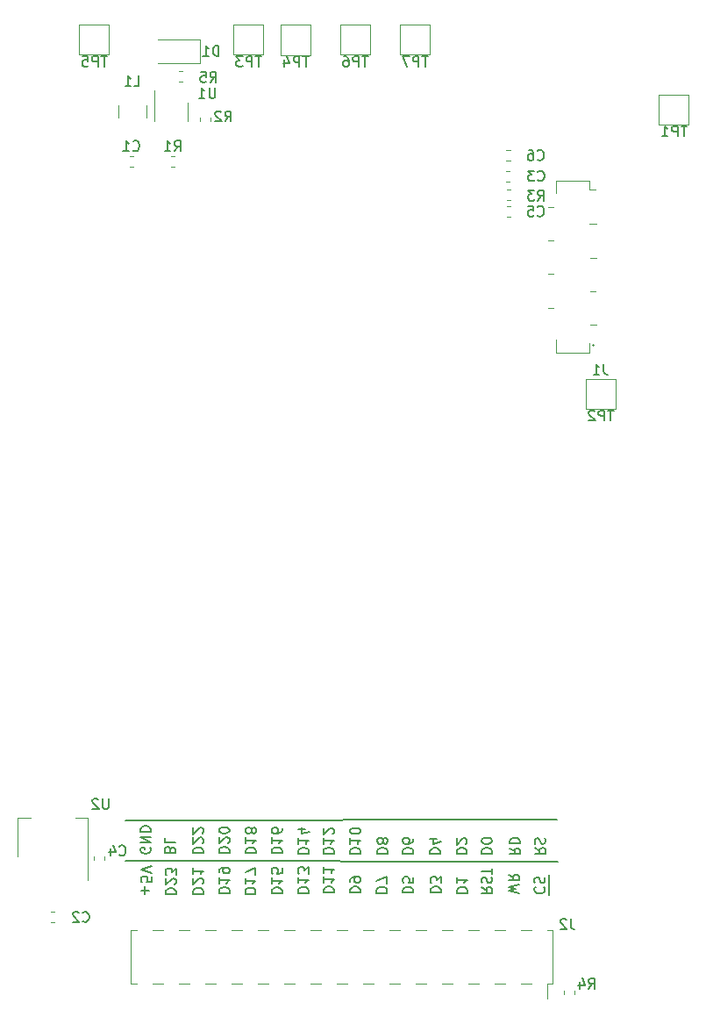
<source format=gbr>
G04 #@! TF.GenerationSoftware,KiCad,Pcbnew,(5.1.4)-1*
G04 #@! TF.CreationDate,2019-11-24T21:52:42+08:00*
G04 #@! TF.ProjectId,FH26W-45S-0.3SHW,46483236-572d-4343-9553-2d302e335348,rev?*
G04 #@! TF.SameCoordinates,Original*
G04 #@! TF.FileFunction,Legend,Bot*
G04 #@! TF.FilePolarity,Positive*
%FSLAX46Y46*%
G04 Gerber Fmt 4.6, Leading zero omitted, Abs format (unit mm)*
G04 Created by KiCad (PCBNEW (5.1.4)-1) date 2019-11-24 21:52:42*
%MOMM*%
%LPD*%
G04 APERTURE LIST*
%ADD10C,0.130000*%
%ADD11C,0.150000*%
%ADD12C,0.120000*%
G04 APERTURE END LIST*
D10*
X104100000Y-104020000D02*
X145780000Y-103950000D01*
D11*
X133557619Y-110968095D02*
X134557619Y-110968095D01*
X134557619Y-110730000D01*
X134510000Y-110587142D01*
X134414761Y-110491904D01*
X134319523Y-110444285D01*
X134129047Y-110396666D01*
X133986190Y-110396666D01*
X133795714Y-110444285D01*
X133700476Y-110491904D01*
X133605238Y-110587142D01*
X133557619Y-110730000D01*
X133557619Y-110968095D01*
X134557619Y-110063333D02*
X134557619Y-109444285D01*
X134176666Y-109777619D01*
X134176666Y-109634761D01*
X134129047Y-109539523D01*
X134081428Y-109491904D01*
X133986190Y-109444285D01*
X133748095Y-109444285D01*
X133652857Y-109491904D01*
X133605238Y-109539523D01*
X133557619Y-109634761D01*
X133557619Y-109920476D01*
X133605238Y-110015714D01*
X133652857Y-110063333D01*
X130897619Y-107208095D02*
X131897619Y-107208095D01*
X131897619Y-106970000D01*
X131850000Y-106827142D01*
X131754761Y-106731904D01*
X131659523Y-106684285D01*
X131469047Y-106636666D01*
X131326190Y-106636666D01*
X131135714Y-106684285D01*
X131040476Y-106731904D01*
X130945238Y-106827142D01*
X130897619Y-106970000D01*
X130897619Y-107208095D01*
X131897619Y-105779523D02*
X131897619Y-105970000D01*
X131850000Y-106065238D01*
X131802380Y-106112857D01*
X131659523Y-106208095D01*
X131469047Y-106255714D01*
X131088095Y-106255714D01*
X130992857Y-106208095D01*
X130945238Y-106160476D01*
X130897619Y-106065238D01*
X130897619Y-105874761D01*
X130945238Y-105779523D01*
X130992857Y-105731904D01*
X131088095Y-105684285D01*
X131326190Y-105684285D01*
X131421428Y-105731904D01*
X131469047Y-105779523D01*
X131516666Y-105874761D01*
X131516666Y-106065238D01*
X131469047Y-106160476D01*
X131421428Y-106208095D01*
X131326190Y-106255714D01*
X144975000Y-111246190D02*
X144975000Y-110246190D01*
X143702857Y-110436666D02*
X143655238Y-110484285D01*
X143607619Y-110627142D01*
X143607619Y-110722380D01*
X143655238Y-110865238D01*
X143750476Y-110960476D01*
X143845714Y-111008095D01*
X144036190Y-111055714D01*
X144179047Y-111055714D01*
X144369523Y-111008095D01*
X144464761Y-110960476D01*
X144560000Y-110865238D01*
X144607619Y-110722380D01*
X144607619Y-110627142D01*
X144560000Y-110484285D01*
X144512380Y-110436666D01*
X144975000Y-110246190D02*
X144975000Y-109293809D01*
X143655238Y-110055714D02*
X143607619Y-109912857D01*
X143607619Y-109674761D01*
X143655238Y-109579523D01*
X143702857Y-109531904D01*
X143798095Y-109484285D01*
X143893333Y-109484285D01*
X143988571Y-109531904D01*
X144036190Y-109579523D01*
X144083809Y-109674761D01*
X144131428Y-109865238D01*
X144179047Y-109960476D01*
X144226666Y-110008095D01*
X144321904Y-110055714D01*
X144417142Y-110055714D01*
X144512380Y-110008095D01*
X144560000Y-109960476D01*
X144607619Y-109865238D01*
X144607619Y-109627142D01*
X144560000Y-109484285D01*
X138497619Y-110437619D02*
X138973809Y-110770952D01*
X138497619Y-111009047D02*
X139497619Y-111009047D01*
X139497619Y-110628095D01*
X139450000Y-110532857D01*
X139402380Y-110485238D01*
X139307142Y-110437619D01*
X139164285Y-110437619D01*
X139069047Y-110485238D01*
X139021428Y-110532857D01*
X138973809Y-110628095D01*
X138973809Y-111009047D01*
X138545238Y-110056666D02*
X138497619Y-109913809D01*
X138497619Y-109675714D01*
X138545238Y-109580476D01*
X138592857Y-109532857D01*
X138688095Y-109485238D01*
X138783333Y-109485238D01*
X138878571Y-109532857D01*
X138926190Y-109580476D01*
X138973809Y-109675714D01*
X139021428Y-109866190D01*
X139069047Y-109961428D01*
X139116666Y-110009047D01*
X139211904Y-110056666D01*
X139307142Y-110056666D01*
X139402380Y-110009047D01*
X139450000Y-109961428D01*
X139497619Y-109866190D01*
X139497619Y-109628095D01*
X139450000Y-109485238D01*
X139497619Y-109199523D02*
X139497619Y-108628095D01*
X138497619Y-108913809D02*
X139497619Y-108913809D01*
X138487619Y-107208095D02*
X139487619Y-107208095D01*
X139487619Y-106970000D01*
X139440000Y-106827142D01*
X139344761Y-106731904D01*
X139249523Y-106684285D01*
X139059047Y-106636666D01*
X138916190Y-106636666D01*
X138725714Y-106684285D01*
X138630476Y-106731904D01*
X138535238Y-106827142D01*
X138487619Y-106970000D01*
X138487619Y-107208095D01*
X139487619Y-106017619D02*
X139487619Y-105922380D01*
X139440000Y-105827142D01*
X139392380Y-105779523D01*
X139297142Y-105731904D01*
X139106666Y-105684285D01*
X138868571Y-105684285D01*
X138678095Y-105731904D01*
X138582857Y-105779523D01*
X138535238Y-105827142D01*
X138487619Y-105922380D01*
X138487619Y-106017619D01*
X138535238Y-106112857D01*
X138582857Y-106160476D01*
X138678095Y-106208095D01*
X138868571Y-106255714D01*
X139106666Y-106255714D01*
X139297142Y-106208095D01*
X139392380Y-106160476D01*
X139440000Y-106112857D01*
X139487619Y-106017619D01*
X142087619Y-111028571D02*
X141087619Y-110790476D01*
X141801904Y-110600000D01*
X141087619Y-110409523D01*
X142087619Y-110171428D01*
X141087619Y-109219047D02*
X141563809Y-109552380D01*
X141087619Y-109790476D02*
X142087619Y-109790476D01*
X142087619Y-109409523D01*
X142040000Y-109314285D01*
X141992380Y-109266666D01*
X141897142Y-109219047D01*
X141754285Y-109219047D01*
X141659047Y-109266666D01*
X141611428Y-109314285D01*
X141563809Y-109409523D01*
X141563809Y-109790476D01*
X141217619Y-106680476D02*
X141693809Y-107013809D01*
X141217619Y-107251904D02*
X142217619Y-107251904D01*
X142217619Y-106870952D01*
X142170000Y-106775714D01*
X142122380Y-106728095D01*
X142027142Y-106680476D01*
X141884285Y-106680476D01*
X141789047Y-106728095D01*
X141741428Y-106775714D01*
X141693809Y-106870952D01*
X141693809Y-107251904D01*
X141217619Y-106251904D02*
X142217619Y-106251904D01*
X142217619Y-106013809D01*
X142170000Y-105870952D01*
X142074761Y-105775714D01*
X141979523Y-105728095D01*
X141789047Y-105680476D01*
X141646190Y-105680476D01*
X141455714Y-105728095D01*
X141360476Y-105775714D01*
X141265238Y-105870952D01*
X141217619Y-106013809D01*
X141217619Y-106251904D01*
X143637619Y-106656666D02*
X144113809Y-106990000D01*
X143637619Y-107228095D02*
X144637619Y-107228095D01*
X144637619Y-106847142D01*
X144590000Y-106751904D01*
X144542380Y-106704285D01*
X144447142Y-106656666D01*
X144304285Y-106656666D01*
X144209047Y-106704285D01*
X144161428Y-106751904D01*
X144113809Y-106847142D01*
X144113809Y-107228095D01*
X143685238Y-106275714D02*
X143637619Y-106132857D01*
X143637619Y-105894761D01*
X143685238Y-105799523D01*
X143732857Y-105751904D01*
X143828095Y-105704285D01*
X143923333Y-105704285D01*
X144018571Y-105751904D01*
X144066190Y-105799523D01*
X144113809Y-105894761D01*
X144161428Y-106085238D01*
X144209047Y-106180476D01*
X144256666Y-106228095D01*
X144351904Y-106275714D01*
X144447142Y-106275714D01*
X144542380Y-106228095D01*
X144590000Y-106180476D01*
X144637619Y-106085238D01*
X144637619Y-105847142D01*
X144590000Y-105704285D01*
X136117619Y-111008095D02*
X137117619Y-111008095D01*
X137117619Y-110770000D01*
X137070000Y-110627142D01*
X136974761Y-110531904D01*
X136879523Y-110484285D01*
X136689047Y-110436666D01*
X136546190Y-110436666D01*
X136355714Y-110484285D01*
X136260476Y-110531904D01*
X136165238Y-110627142D01*
X136117619Y-110770000D01*
X136117619Y-111008095D01*
X136117619Y-109484285D02*
X136117619Y-110055714D01*
X136117619Y-109770000D02*
X137117619Y-109770000D01*
X136974761Y-109865238D01*
X136879523Y-109960476D01*
X136831904Y-110055714D01*
X136077619Y-107248095D02*
X137077619Y-107248095D01*
X137077619Y-107010000D01*
X137030000Y-106867142D01*
X136934761Y-106771904D01*
X136839523Y-106724285D01*
X136649047Y-106676666D01*
X136506190Y-106676666D01*
X136315714Y-106724285D01*
X136220476Y-106771904D01*
X136125238Y-106867142D01*
X136077619Y-107010000D01*
X136077619Y-107248095D01*
X136982380Y-106295714D02*
X137030000Y-106248095D01*
X137077619Y-106152857D01*
X137077619Y-105914761D01*
X137030000Y-105819523D01*
X136982380Y-105771904D01*
X136887142Y-105724285D01*
X136791904Y-105724285D01*
X136649047Y-105771904D01*
X136077619Y-106343333D01*
X136077619Y-105724285D01*
X133507619Y-107248095D02*
X134507619Y-107248095D01*
X134507619Y-107010000D01*
X134460000Y-106867142D01*
X134364761Y-106771904D01*
X134269523Y-106724285D01*
X134079047Y-106676666D01*
X133936190Y-106676666D01*
X133745714Y-106724285D01*
X133650476Y-106771904D01*
X133555238Y-106867142D01*
X133507619Y-107010000D01*
X133507619Y-107248095D01*
X134174285Y-105819523D02*
X133507619Y-105819523D01*
X134555238Y-106057619D02*
X133840952Y-106295714D01*
X133840952Y-105676666D01*
X130897619Y-110988095D02*
X131897619Y-110988095D01*
X131897619Y-110750000D01*
X131850000Y-110607142D01*
X131754761Y-110511904D01*
X131659523Y-110464285D01*
X131469047Y-110416666D01*
X131326190Y-110416666D01*
X131135714Y-110464285D01*
X131040476Y-110511904D01*
X130945238Y-110607142D01*
X130897619Y-110750000D01*
X130897619Y-110988095D01*
X131897619Y-109511904D02*
X131897619Y-109988095D01*
X131421428Y-110035714D01*
X131469047Y-109988095D01*
X131516666Y-109892857D01*
X131516666Y-109654761D01*
X131469047Y-109559523D01*
X131421428Y-109511904D01*
X131326190Y-109464285D01*
X131088095Y-109464285D01*
X130992857Y-109511904D01*
X130945238Y-109559523D01*
X130897619Y-109654761D01*
X130897619Y-109892857D01*
X130945238Y-109988095D01*
X130992857Y-110035714D01*
X128367619Y-111008095D02*
X129367619Y-111008095D01*
X129367619Y-110770000D01*
X129320000Y-110627142D01*
X129224761Y-110531904D01*
X129129523Y-110484285D01*
X128939047Y-110436666D01*
X128796190Y-110436666D01*
X128605714Y-110484285D01*
X128510476Y-110531904D01*
X128415238Y-110627142D01*
X128367619Y-110770000D01*
X128367619Y-111008095D01*
X129367619Y-110103333D02*
X129367619Y-109436666D01*
X128367619Y-109865238D01*
X128407619Y-107208095D02*
X129407619Y-107208095D01*
X129407619Y-106970000D01*
X129360000Y-106827142D01*
X129264761Y-106731904D01*
X129169523Y-106684285D01*
X128979047Y-106636666D01*
X128836190Y-106636666D01*
X128645714Y-106684285D01*
X128550476Y-106731904D01*
X128455238Y-106827142D01*
X128407619Y-106970000D01*
X128407619Y-107208095D01*
X128979047Y-106065238D02*
X129026666Y-106160476D01*
X129074285Y-106208095D01*
X129169523Y-106255714D01*
X129217142Y-106255714D01*
X129312380Y-106208095D01*
X129360000Y-106160476D01*
X129407619Y-106065238D01*
X129407619Y-105874761D01*
X129360000Y-105779523D01*
X129312380Y-105731904D01*
X129217142Y-105684285D01*
X129169523Y-105684285D01*
X129074285Y-105731904D01*
X129026666Y-105779523D01*
X128979047Y-105874761D01*
X128979047Y-106065238D01*
X128931428Y-106160476D01*
X128883809Y-106208095D01*
X128788571Y-106255714D01*
X128598095Y-106255714D01*
X128502857Y-106208095D01*
X128455238Y-106160476D01*
X128407619Y-106065238D01*
X128407619Y-105874761D01*
X128455238Y-105779523D01*
X128502857Y-105731904D01*
X128598095Y-105684285D01*
X128788571Y-105684285D01*
X128883809Y-105731904D01*
X128931428Y-105779523D01*
X128979047Y-105874761D01*
X125797619Y-110968095D02*
X126797619Y-110968095D01*
X126797619Y-110730000D01*
X126750000Y-110587142D01*
X126654761Y-110491904D01*
X126559523Y-110444285D01*
X126369047Y-110396666D01*
X126226190Y-110396666D01*
X126035714Y-110444285D01*
X125940476Y-110491904D01*
X125845238Y-110587142D01*
X125797619Y-110730000D01*
X125797619Y-110968095D01*
X125797619Y-109920476D02*
X125797619Y-109730000D01*
X125845238Y-109634761D01*
X125892857Y-109587142D01*
X126035714Y-109491904D01*
X126226190Y-109444285D01*
X126607142Y-109444285D01*
X126702380Y-109491904D01*
X126750000Y-109539523D01*
X126797619Y-109634761D01*
X126797619Y-109825238D01*
X126750000Y-109920476D01*
X126702380Y-109968095D01*
X126607142Y-110015714D01*
X126369047Y-110015714D01*
X126273809Y-109968095D01*
X126226190Y-109920476D01*
X126178571Y-109825238D01*
X126178571Y-109634761D01*
X126226190Y-109539523D01*
X126273809Y-109491904D01*
X126369047Y-109444285D01*
X125797619Y-107214285D02*
X126797619Y-107214285D01*
X126797619Y-106976190D01*
X126750000Y-106833333D01*
X126654761Y-106738095D01*
X126559523Y-106690476D01*
X126369047Y-106642857D01*
X126226190Y-106642857D01*
X126035714Y-106690476D01*
X125940476Y-106738095D01*
X125845238Y-106833333D01*
X125797619Y-106976190D01*
X125797619Y-107214285D01*
X125797619Y-105690476D02*
X125797619Y-106261904D01*
X125797619Y-105976190D02*
X126797619Y-105976190D01*
X126654761Y-106071428D01*
X126559523Y-106166666D01*
X126511904Y-106261904D01*
X126797619Y-105071428D02*
X126797619Y-104976190D01*
X126750000Y-104880952D01*
X126702380Y-104833333D01*
X126607142Y-104785714D01*
X126416666Y-104738095D01*
X126178571Y-104738095D01*
X125988095Y-104785714D01*
X125892857Y-104833333D01*
X125845238Y-104880952D01*
X125797619Y-104976190D01*
X125797619Y-105071428D01*
X125845238Y-105166666D01*
X125892857Y-105214285D01*
X125988095Y-105261904D01*
X126178571Y-105309523D01*
X126416666Y-105309523D01*
X126607142Y-105261904D01*
X126702380Y-105214285D01*
X126750000Y-105166666D01*
X126797619Y-105071428D01*
X123267619Y-110964285D02*
X124267619Y-110964285D01*
X124267619Y-110726190D01*
X124220000Y-110583333D01*
X124124761Y-110488095D01*
X124029523Y-110440476D01*
X123839047Y-110392857D01*
X123696190Y-110392857D01*
X123505714Y-110440476D01*
X123410476Y-110488095D01*
X123315238Y-110583333D01*
X123267619Y-110726190D01*
X123267619Y-110964285D01*
X123267619Y-109440476D02*
X123267619Y-110011904D01*
X123267619Y-109726190D02*
X124267619Y-109726190D01*
X124124761Y-109821428D01*
X124029523Y-109916666D01*
X123981904Y-110011904D01*
X123267619Y-108488095D02*
X123267619Y-109059523D01*
X123267619Y-108773809D02*
X124267619Y-108773809D01*
X124124761Y-108869047D01*
X124029523Y-108964285D01*
X123981904Y-109059523D01*
X123227619Y-107214285D02*
X124227619Y-107214285D01*
X124227619Y-106976190D01*
X124180000Y-106833333D01*
X124084761Y-106738095D01*
X123989523Y-106690476D01*
X123799047Y-106642857D01*
X123656190Y-106642857D01*
X123465714Y-106690476D01*
X123370476Y-106738095D01*
X123275238Y-106833333D01*
X123227619Y-106976190D01*
X123227619Y-107214285D01*
X123227619Y-105690476D02*
X123227619Y-106261904D01*
X123227619Y-105976190D02*
X124227619Y-105976190D01*
X124084761Y-106071428D01*
X123989523Y-106166666D01*
X123941904Y-106261904D01*
X124132380Y-105309523D02*
X124180000Y-105261904D01*
X124227619Y-105166666D01*
X124227619Y-104928571D01*
X124180000Y-104833333D01*
X124132380Y-104785714D01*
X124037142Y-104738095D01*
X123941904Y-104738095D01*
X123799047Y-104785714D01*
X123227619Y-105357142D01*
X123227619Y-104738095D01*
X120777619Y-111004285D02*
X121777619Y-111004285D01*
X121777619Y-110766190D01*
X121730000Y-110623333D01*
X121634761Y-110528095D01*
X121539523Y-110480476D01*
X121349047Y-110432857D01*
X121206190Y-110432857D01*
X121015714Y-110480476D01*
X120920476Y-110528095D01*
X120825238Y-110623333D01*
X120777619Y-110766190D01*
X120777619Y-111004285D01*
X120777619Y-109480476D02*
X120777619Y-110051904D01*
X120777619Y-109766190D02*
X121777619Y-109766190D01*
X121634761Y-109861428D01*
X121539523Y-109956666D01*
X121491904Y-110051904D01*
X121777619Y-109147142D02*
X121777619Y-108528095D01*
X121396666Y-108861428D01*
X121396666Y-108718571D01*
X121349047Y-108623333D01*
X121301428Y-108575714D01*
X121206190Y-108528095D01*
X120968095Y-108528095D01*
X120872857Y-108575714D01*
X120825238Y-108623333D01*
X120777619Y-108718571D01*
X120777619Y-109004285D01*
X120825238Y-109099523D01*
X120872857Y-109147142D01*
X120817619Y-107214285D02*
X121817619Y-107214285D01*
X121817619Y-106976190D01*
X121770000Y-106833333D01*
X121674761Y-106738095D01*
X121579523Y-106690476D01*
X121389047Y-106642857D01*
X121246190Y-106642857D01*
X121055714Y-106690476D01*
X120960476Y-106738095D01*
X120865238Y-106833333D01*
X120817619Y-106976190D01*
X120817619Y-107214285D01*
X120817619Y-105690476D02*
X120817619Y-106261904D01*
X120817619Y-105976190D02*
X121817619Y-105976190D01*
X121674761Y-106071428D01*
X121579523Y-106166666D01*
X121531904Y-106261904D01*
X121484285Y-104833333D02*
X120817619Y-104833333D01*
X121865238Y-105071428D02*
X121150952Y-105309523D01*
X121150952Y-104690476D01*
X118227619Y-111054285D02*
X119227619Y-111054285D01*
X119227619Y-110816190D01*
X119180000Y-110673333D01*
X119084761Y-110578095D01*
X118989523Y-110530476D01*
X118799047Y-110482857D01*
X118656190Y-110482857D01*
X118465714Y-110530476D01*
X118370476Y-110578095D01*
X118275238Y-110673333D01*
X118227619Y-110816190D01*
X118227619Y-111054285D01*
X118227619Y-109530476D02*
X118227619Y-110101904D01*
X118227619Y-109816190D02*
X119227619Y-109816190D01*
X119084761Y-109911428D01*
X118989523Y-110006666D01*
X118941904Y-110101904D01*
X119227619Y-108625714D02*
X119227619Y-109101904D01*
X118751428Y-109149523D01*
X118799047Y-109101904D01*
X118846666Y-109006666D01*
X118846666Y-108768571D01*
X118799047Y-108673333D01*
X118751428Y-108625714D01*
X118656190Y-108578095D01*
X118418095Y-108578095D01*
X118322857Y-108625714D01*
X118275238Y-108673333D01*
X118227619Y-108768571D01*
X118227619Y-109006666D01*
X118275238Y-109101904D01*
X118322857Y-109149523D01*
X118227619Y-107174285D02*
X119227619Y-107174285D01*
X119227619Y-106936190D01*
X119180000Y-106793333D01*
X119084761Y-106698095D01*
X118989523Y-106650476D01*
X118799047Y-106602857D01*
X118656190Y-106602857D01*
X118465714Y-106650476D01*
X118370476Y-106698095D01*
X118275238Y-106793333D01*
X118227619Y-106936190D01*
X118227619Y-107174285D01*
X118227619Y-105650476D02*
X118227619Y-106221904D01*
X118227619Y-105936190D02*
X119227619Y-105936190D01*
X119084761Y-106031428D01*
X118989523Y-106126666D01*
X118941904Y-106221904D01*
X119227619Y-104793333D02*
X119227619Y-104983809D01*
X119180000Y-105079047D01*
X119132380Y-105126666D01*
X118989523Y-105221904D01*
X118799047Y-105269523D01*
X118418095Y-105269523D01*
X118322857Y-105221904D01*
X118275238Y-105174285D01*
X118227619Y-105079047D01*
X118227619Y-104888571D01*
X118275238Y-104793333D01*
X118322857Y-104745714D01*
X118418095Y-104698095D01*
X118656190Y-104698095D01*
X118751428Y-104745714D01*
X118799047Y-104793333D01*
X118846666Y-104888571D01*
X118846666Y-105079047D01*
X118799047Y-105174285D01*
X118751428Y-105221904D01*
X118656190Y-105269523D01*
X115677619Y-111094285D02*
X116677619Y-111094285D01*
X116677619Y-110856190D01*
X116630000Y-110713333D01*
X116534761Y-110618095D01*
X116439523Y-110570476D01*
X116249047Y-110522857D01*
X116106190Y-110522857D01*
X115915714Y-110570476D01*
X115820476Y-110618095D01*
X115725238Y-110713333D01*
X115677619Y-110856190D01*
X115677619Y-111094285D01*
X115677619Y-109570476D02*
X115677619Y-110141904D01*
X115677619Y-109856190D02*
X116677619Y-109856190D01*
X116534761Y-109951428D01*
X116439523Y-110046666D01*
X116391904Y-110141904D01*
X116677619Y-109237142D02*
X116677619Y-108570476D01*
X115677619Y-108999047D01*
X115707619Y-107184285D02*
X116707619Y-107184285D01*
X116707619Y-106946190D01*
X116660000Y-106803333D01*
X116564761Y-106708095D01*
X116469523Y-106660476D01*
X116279047Y-106612857D01*
X116136190Y-106612857D01*
X115945714Y-106660476D01*
X115850476Y-106708095D01*
X115755238Y-106803333D01*
X115707619Y-106946190D01*
X115707619Y-107184285D01*
X115707619Y-105660476D02*
X115707619Y-106231904D01*
X115707619Y-105946190D02*
X116707619Y-105946190D01*
X116564761Y-106041428D01*
X116469523Y-106136666D01*
X116421904Y-106231904D01*
X116279047Y-105089047D02*
X116326666Y-105184285D01*
X116374285Y-105231904D01*
X116469523Y-105279523D01*
X116517142Y-105279523D01*
X116612380Y-105231904D01*
X116660000Y-105184285D01*
X116707619Y-105089047D01*
X116707619Y-104898571D01*
X116660000Y-104803333D01*
X116612380Y-104755714D01*
X116517142Y-104708095D01*
X116469523Y-104708095D01*
X116374285Y-104755714D01*
X116326666Y-104803333D01*
X116279047Y-104898571D01*
X116279047Y-105089047D01*
X116231428Y-105184285D01*
X116183809Y-105231904D01*
X116088571Y-105279523D01*
X115898095Y-105279523D01*
X115802857Y-105231904D01*
X115755238Y-105184285D01*
X115707619Y-105089047D01*
X115707619Y-104898571D01*
X115755238Y-104803333D01*
X115802857Y-104755714D01*
X115898095Y-104708095D01*
X116088571Y-104708095D01*
X116183809Y-104755714D01*
X116231428Y-104803333D01*
X116279047Y-104898571D01*
X113157619Y-111034285D02*
X114157619Y-111034285D01*
X114157619Y-110796190D01*
X114110000Y-110653333D01*
X114014761Y-110558095D01*
X113919523Y-110510476D01*
X113729047Y-110462857D01*
X113586190Y-110462857D01*
X113395714Y-110510476D01*
X113300476Y-110558095D01*
X113205238Y-110653333D01*
X113157619Y-110796190D01*
X113157619Y-111034285D01*
X113157619Y-109510476D02*
X113157619Y-110081904D01*
X113157619Y-109796190D02*
X114157619Y-109796190D01*
X114014761Y-109891428D01*
X113919523Y-109986666D01*
X113871904Y-110081904D01*
X113157619Y-109034285D02*
X113157619Y-108843809D01*
X113205238Y-108748571D01*
X113252857Y-108700952D01*
X113395714Y-108605714D01*
X113586190Y-108558095D01*
X113967142Y-108558095D01*
X114062380Y-108605714D01*
X114110000Y-108653333D01*
X114157619Y-108748571D01*
X114157619Y-108939047D01*
X114110000Y-109034285D01*
X114062380Y-109081904D01*
X113967142Y-109129523D01*
X113729047Y-109129523D01*
X113633809Y-109081904D01*
X113586190Y-109034285D01*
X113538571Y-108939047D01*
X113538571Y-108748571D01*
X113586190Y-108653333D01*
X113633809Y-108605714D01*
X113729047Y-108558095D01*
X113147619Y-107154285D02*
X114147619Y-107154285D01*
X114147619Y-106916190D01*
X114100000Y-106773333D01*
X114004761Y-106678095D01*
X113909523Y-106630476D01*
X113719047Y-106582857D01*
X113576190Y-106582857D01*
X113385714Y-106630476D01*
X113290476Y-106678095D01*
X113195238Y-106773333D01*
X113147619Y-106916190D01*
X113147619Y-107154285D01*
X114052380Y-106201904D02*
X114100000Y-106154285D01*
X114147619Y-106059047D01*
X114147619Y-105820952D01*
X114100000Y-105725714D01*
X114052380Y-105678095D01*
X113957142Y-105630476D01*
X113861904Y-105630476D01*
X113719047Y-105678095D01*
X113147619Y-106249523D01*
X113147619Y-105630476D01*
X114147619Y-105011428D02*
X114147619Y-104916190D01*
X114100000Y-104820952D01*
X114052380Y-104773333D01*
X113957142Y-104725714D01*
X113766666Y-104678095D01*
X113528571Y-104678095D01*
X113338095Y-104725714D01*
X113242857Y-104773333D01*
X113195238Y-104820952D01*
X113147619Y-104916190D01*
X113147619Y-105011428D01*
X113195238Y-105106666D01*
X113242857Y-105154285D01*
X113338095Y-105201904D01*
X113528571Y-105249523D01*
X113766666Y-105249523D01*
X113957142Y-105201904D01*
X114052380Y-105154285D01*
X114100000Y-105106666D01*
X114147619Y-105011428D01*
X110647619Y-111094285D02*
X111647619Y-111094285D01*
X111647619Y-110856190D01*
X111600000Y-110713333D01*
X111504761Y-110618095D01*
X111409523Y-110570476D01*
X111219047Y-110522857D01*
X111076190Y-110522857D01*
X110885714Y-110570476D01*
X110790476Y-110618095D01*
X110695238Y-110713333D01*
X110647619Y-110856190D01*
X110647619Y-111094285D01*
X111552380Y-110141904D02*
X111600000Y-110094285D01*
X111647619Y-109999047D01*
X111647619Y-109760952D01*
X111600000Y-109665714D01*
X111552380Y-109618095D01*
X111457142Y-109570476D01*
X111361904Y-109570476D01*
X111219047Y-109618095D01*
X110647619Y-110189523D01*
X110647619Y-109570476D01*
X110647619Y-108618095D02*
X110647619Y-109189523D01*
X110647619Y-108903809D02*
X111647619Y-108903809D01*
X111504761Y-108999047D01*
X111409523Y-109094285D01*
X111361904Y-109189523D01*
X110617619Y-107184285D02*
X111617619Y-107184285D01*
X111617619Y-106946190D01*
X111570000Y-106803333D01*
X111474761Y-106708095D01*
X111379523Y-106660476D01*
X111189047Y-106612857D01*
X111046190Y-106612857D01*
X110855714Y-106660476D01*
X110760476Y-106708095D01*
X110665238Y-106803333D01*
X110617619Y-106946190D01*
X110617619Y-107184285D01*
X111522380Y-106231904D02*
X111570000Y-106184285D01*
X111617619Y-106089047D01*
X111617619Y-105850952D01*
X111570000Y-105755714D01*
X111522380Y-105708095D01*
X111427142Y-105660476D01*
X111331904Y-105660476D01*
X111189047Y-105708095D01*
X110617619Y-106279523D01*
X110617619Y-105660476D01*
X111522380Y-105279523D02*
X111570000Y-105231904D01*
X111617619Y-105136666D01*
X111617619Y-104898571D01*
X111570000Y-104803333D01*
X111522380Y-104755714D01*
X111427142Y-104708095D01*
X111331904Y-104708095D01*
X111189047Y-104755714D01*
X110617619Y-105327142D01*
X110617619Y-104708095D01*
X107987619Y-111134285D02*
X108987619Y-111134285D01*
X108987619Y-110896190D01*
X108940000Y-110753333D01*
X108844761Y-110658095D01*
X108749523Y-110610476D01*
X108559047Y-110562857D01*
X108416190Y-110562857D01*
X108225714Y-110610476D01*
X108130476Y-110658095D01*
X108035238Y-110753333D01*
X107987619Y-110896190D01*
X107987619Y-111134285D01*
X108892380Y-110181904D02*
X108940000Y-110134285D01*
X108987619Y-110039047D01*
X108987619Y-109800952D01*
X108940000Y-109705714D01*
X108892380Y-109658095D01*
X108797142Y-109610476D01*
X108701904Y-109610476D01*
X108559047Y-109658095D01*
X107987619Y-110229523D01*
X107987619Y-109610476D01*
X108987619Y-109277142D02*
X108987619Y-108658095D01*
X108606666Y-108991428D01*
X108606666Y-108848571D01*
X108559047Y-108753333D01*
X108511428Y-108705714D01*
X108416190Y-108658095D01*
X108178095Y-108658095D01*
X108082857Y-108705714D01*
X108035238Y-108753333D01*
X107987619Y-108848571D01*
X107987619Y-109134285D01*
X108035238Y-109229523D01*
X108082857Y-109277142D01*
X108441428Y-106813333D02*
X108393809Y-106670476D01*
X108346190Y-106622857D01*
X108250952Y-106575238D01*
X108108095Y-106575238D01*
X108012857Y-106622857D01*
X107965238Y-106670476D01*
X107917619Y-106765714D01*
X107917619Y-107146666D01*
X108917619Y-107146666D01*
X108917619Y-106813333D01*
X108870000Y-106718095D01*
X108822380Y-106670476D01*
X108727142Y-106622857D01*
X108631904Y-106622857D01*
X108536666Y-106670476D01*
X108489047Y-106718095D01*
X108441428Y-106813333D01*
X108441428Y-107146666D01*
X107917619Y-105670476D02*
X107917619Y-106146666D01*
X108917619Y-106146666D01*
D10*
X104100000Y-107900000D02*
X145830000Y-107950000D01*
D11*
X106008571Y-111165714D02*
X106008571Y-110403809D01*
X105627619Y-110784761D02*
X106389523Y-110784761D01*
X106627619Y-109451428D02*
X106627619Y-109927619D01*
X106151428Y-109975238D01*
X106199047Y-109927619D01*
X106246666Y-109832380D01*
X106246666Y-109594285D01*
X106199047Y-109499047D01*
X106151428Y-109451428D01*
X106056190Y-109403809D01*
X105818095Y-109403809D01*
X105722857Y-109451428D01*
X105675238Y-109499047D01*
X105627619Y-109594285D01*
X105627619Y-109832380D01*
X105675238Y-109927619D01*
X105722857Y-109975238D01*
X106627619Y-109118095D02*
X105627619Y-108784761D01*
X106627619Y-108451428D01*
X106500000Y-106641904D02*
X106547619Y-106737142D01*
X106547619Y-106880000D01*
X106500000Y-107022857D01*
X106404761Y-107118095D01*
X106309523Y-107165714D01*
X106119047Y-107213333D01*
X105976190Y-107213333D01*
X105785714Y-107165714D01*
X105690476Y-107118095D01*
X105595238Y-107022857D01*
X105547619Y-106880000D01*
X105547619Y-106784761D01*
X105595238Y-106641904D01*
X105642857Y-106594285D01*
X105976190Y-106594285D01*
X105976190Y-106784761D01*
X105547619Y-106165714D02*
X106547619Y-106165714D01*
X105547619Y-105594285D01*
X106547619Y-105594285D01*
X105547619Y-105118095D02*
X106547619Y-105118095D01*
X106547619Y-104880000D01*
X106500000Y-104737142D01*
X106404761Y-104641904D01*
X106309523Y-104594285D01*
X106119047Y-104546666D01*
X105976190Y-104546666D01*
X105785714Y-104594285D01*
X105690476Y-104641904D01*
X105595238Y-104737142D01*
X105547619Y-104880000D01*
X105547619Y-105118095D01*
D12*
X104846267Y-39890000D02*
X104503733Y-39890000D01*
X104846267Y-40910000D02*
X104503733Y-40910000D01*
X97296267Y-113870000D02*
X96953733Y-113870000D01*
X97296267Y-112850000D02*
X96953733Y-112850000D01*
X140893733Y-41340000D02*
X141236267Y-41340000D01*
X140893733Y-42360000D02*
X141236267Y-42360000D01*
X101090000Y-107503733D02*
X101090000Y-107846267D01*
X102110000Y-107503733D02*
X102110000Y-107846267D01*
X140923733Y-45740000D02*
X141266267Y-45740000D01*
X140923733Y-44720000D02*
X141266267Y-44720000D01*
X107287500Y-28665000D02*
X111347500Y-28665000D01*
X111347500Y-28665000D02*
X111347500Y-30935000D01*
X111347500Y-30935000D02*
X107287500Y-30935000D01*
X148900000Y-57960000D02*
X148900000Y-58730000D01*
X148900000Y-58730000D02*
X148900000Y-58830000D01*
X148900000Y-58830000D02*
X148900000Y-58860000D01*
X148900000Y-58860000D02*
X148520000Y-58860000D01*
X148520000Y-58860000D02*
X147680000Y-58860000D01*
X147760000Y-58860000D02*
X147520000Y-58860000D01*
X147520000Y-58860000D02*
X147090000Y-58860000D01*
X147090000Y-58860000D02*
X145980000Y-58860000D01*
X145980000Y-58860000D02*
X145900000Y-58860000D01*
X145900000Y-58860000D02*
X145690000Y-58860000D01*
X145690000Y-58860000D02*
X145690000Y-57670000D01*
X145690000Y-57670000D02*
X145690000Y-57660000D01*
X145690000Y-57660000D02*
X145690000Y-57640000D01*
X148880000Y-43170000D02*
X148880000Y-42350000D01*
X148880000Y-42350000D02*
X148880000Y-42300000D01*
X148880000Y-42300000D02*
X148440000Y-42300000D01*
X148440000Y-42300000D02*
X146230000Y-42300000D01*
X146230000Y-42300000D02*
X145700000Y-42300000D01*
X145700000Y-42300000D02*
X145700000Y-43510000D01*
X149000000Y-56190000D02*
X149540000Y-56190000D01*
X148970000Y-52940000D02*
X149530000Y-52940000D01*
X148970000Y-49700000D02*
X149550000Y-49700000D01*
X148930000Y-46400000D02*
X149540000Y-46400000D01*
X149540000Y-46400000D02*
X149510000Y-46400000D01*
X148870000Y-43170000D02*
X149530000Y-43170000D01*
X149396301Y-58160000D02*
G75*
G03X149396301Y-58160000I-106301J0D01*
G01*
X145390000Y-54550000D02*
X144940000Y-54550000D01*
X145390000Y-51300000D02*
X144940000Y-51300000D01*
X145390000Y-44800000D02*
X144930000Y-44800000D01*
X145390000Y-48050000D02*
X144930000Y-48050000D01*
X108846267Y-39890000D02*
X108503733Y-39890000D01*
X108846267Y-40910000D02*
X108503733Y-40910000D01*
X111290000Y-36496267D02*
X111290000Y-36153733D01*
X112310000Y-36496267D02*
X112310000Y-36153733D01*
X141266267Y-44140000D02*
X140923733Y-44140000D01*
X141266267Y-43120000D02*
X140923733Y-43120000D01*
X146410000Y-120433733D02*
X146410000Y-120776267D01*
X147430000Y-120433733D02*
X147430000Y-120776267D01*
X109303733Y-32710000D02*
X109646267Y-32710000D01*
X109303733Y-31690000D02*
X109646267Y-31690000D01*
X155610000Y-36860000D02*
X158510000Y-36860000D01*
X158510000Y-36860000D02*
X158510000Y-33960000D01*
X158510000Y-33960000D02*
X155610000Y-33960000D01*
X155610000Y-33960000D02*
X155610000Y-36860000D01*
X148550000Y-61390000D02*
X148550000Y-64290000D01*
X151450000Y-61390000D02*
X148550000Y-61390000D01*
X151450000Y-64290000D02*
X151450000Y-61390000D01*
X148550000Y-64290000D02*
X151450000Y-64290000D01*
X114540000Y-30130000D02*
X117440000Y-30130000D01*
X117440000Y-30130000D02*
X117440000Y-27230000D01*
X117440000Y-27230000D02*
X114540000Y-27230000D01*
X114540000Y-27230000D02*
X114540000Y-30130000D01*
X119100000Y-27250000D02*
X119100000Y-30150000D01*
X122000000Y-27250000D02*
X119100000Y-27250000D01*
X122000000Y-30150000D02*
X122000000Y-27250000D01*
X119100000Y-30150000D02*
X122000000Y-30150000D01*
X99640000Y-27210000D02*
X99640000Y-30110000D01*
X102540000Y-27210000D02*
X99640000Y-27210000D01*
X102540000Y-30110000D02*
X102540000Y-27210000D01*
X99640000Y-30110000D02*
X102540000Y-30110000D01*
X124830000Y-27220000D02*
X124830000Y-30120000D01*
X127730000Y-27220000D02*
X124830000Y-27220000D01*
X127730000Y-30120000D02*
X127730000Y-27220000D01*
X124830000Y-30120000D02*
X127730000Y-30120000D01*
X130610000Y-30140000D02*
X133510000Y-30140000D01*
X133510000Y-30140000D02*
X133510000Y-27240000D01*
X133510000Y-27240000D02*
X130610000Y-27240000D01*
X130610000Y-27240000D02*
X130610000Y-30140000D01*
X110160000Y-34750000D02*
X110160000Y-36550000D01*
X106940000Y-36550000D02*
X106940000Y-33600000D01*
X93690000Y-103740000D02*
X94950000Y-103740000D01*
X100510000Y-103740000D02*
X99250000Y-103740000D01*
X93690000Y-107500000D02*
X93690000Y-103740000D01*
X100510000Y-109750000D02*
X100510000Y-103740000D01*
X145380000Y-119800000D02*
X145380000Y-114600000D01*
X104620000Y-119800000D02*
X104620000Y-114600000D01*
X144810000Y-121240000D02*
X144810000Y-119800000D01*
X145380000Y-119800000D02*
X144810000Y-119800000D01*
X145380000Y-114600000D02*
X144810000Y-114600000D01*
X105190000Y-119800000D02*
X104620000Y-119800000D01*
X105190000Y-114600000D02*
X104620000Y-114600000D01*
X143290000Y-119800000D02*
X142270000Y-119800000D01*
X143290000Y-114600000D02*
X142270000Y-114600000D01*
X140750000Y-119800000D02*
X139730000Y-119800000D01*
X140750000Y-114600000D02*
X139730000Y-114600000D01*
X138210000Y-119800000D02*
X137190000Y-119800000D01*
X138210000Y-114600000D02*
X137190000Y-114600000D01*
X135670000Y-119800000D02*
X134650000Y-119800000D01*
X135670000Y-114600000D02*
X134650000Y-114600000D01*
X133130000Y-119800000D02*
X132110000Y-119800000D01*
X133130000Y-114600000D02*
X132110000Y-114600000D01*
X130590000Y-119800000D02*
X129570000Y-119800000D01*
X130590000Y-114600000D02*
X129570000Y-114600000D01*
X128050000Y-119800000D02*
X127030000Y-119800000D01*
X128050000Y-114600000D02*
X127030000Y-114600000D01*
X125510000Y-119800000D02*
X124490000Y-119800000D01*
X125510000Y-114600000D02*
X124490000Y-114600000D01*
X122970000Y-119800000D02*
X121950000Y-119800000D01*
X122970000Y-114600000D02*
X121950000Y-114600000D01*
X120430000Y-119800000D02*
X119410000Y-119800000D01*
X120430000Y-114600000D02*
X119410000Y-114600000D01*
X117890000Y-119800000D02*
X116870000Y-119800000D01*
X117890000Y-114600000D02*
X116870000Y-114600000D01*
X115350000Y-119800000D02*
X114330000Y-119800000D01*
X115350000Y-114600000D02*
X114330000Y-114600000D01*
X112810000Y-119800000D02*
X111790000Y-119800000D01*
X112810000Y-114600000D02*
X111790000Y-114600000D01*
X110270000Y-119800000D02*
X109250000Y-119800000D01*
X110270000Y-114600000D02*
X109250000Y-114600000D01*
X107730000Y-119800000D02*
X106710000Y-119800000D01*
X107730000Y-114600000D02*
X106710000Y-114600000D01*
X140898733Y-40350000D02*
X141241267Y-40350000D01*
X140898733Y-39330000D02*
X141241267Y-39330000D01*
X106160000Y-36202064D02*
X106160000Y-34997936D01*
X103440000Y-36202064D02*
X103440000Y-34997936D01*
D11*
X104841666Y-39327142D02*
X104889285Y-39374761D01*
X105032142Y-39422380D01*
X105127380Y-39422380D01*
X105270238Y-39374761D01*
X105365476Y-39279523D01*
X105413095Y-39184285D01*
X105460714Y-38993809D01*
X105460714Y-38850952D01*
X105413095Y-38660476D01*
X105365476Y-38565238D01*
X105270238Y-38470000D01*
X105127380Y-38422380D01*
X105032142Y-38422380D01*
X104889285Y-38470000D01*
X104841666Y-38517619D01*
X103889285Y-39422380D02*
X104460714Y-39422380D01*
X104175000Y-39422380D02*
X104175000Y-38422380D01*
X104270238Y-38565238D01*
X104365476Y-38660476D01*
X104460714Y-38708095D01*
X99986666Y-113717142D02*
X100034285Y-113764761D01*
X100177142Y-113812380D01*
X100272380Y-113812380D01*
X100415238Y-113764761D01*
X100510476Y-113669523D01*
X100558095Y-113574285D01*
X100605714Y-113383809D01*
X100605714Y-113240952D01*
X100558095Y-113050476D01*
X100510476Y-112955238D01*
X100415238Y-112860000D01*
X100272380Y-112812380D01*
X100177142Y-112812380D01*
X100034285Y-112860000D01*
X99986666Y-112907619D01*
X99605714Y-112907619D02*
X99558095Y-112860000D01*
X99462857Y-112812380D01*
X99224761Y-112812380D01*
X99129523Y-112860000D01*
X99081904Y-112907619D01*
X99034285Y-113002857D01*
X99034285Y-113098095D01*
X99081904Y-113240952D01*
X99653333Y-113812380D01*
X99034285Y-113812380D01*
X143926666Y-42227142D02*
X143974285Y-42274761D01*
X144117142Y-42322380D01*
X144212380Y-42322380D01*
X144355238Y-42274761D01*
X144450476Y-42179523D01*
X144498095Y-42084285D01*
X144545714Y-41893809D01*
X144545714Y-41750952D01*
X144498095Y-41560476D01*
X144450476Y-41465238D01*
X144355238Y-41370000D01*
X144212380Y-41322380D01*
X144117142Y-41322380D01*
X143974285Y-41370000D01*
X143926666Y-41417619D01*
X143593333Y-41322380D02*
X142974285Y-41322380D01*
X143307619Y-41703333D01*
X143164761Y-41703333D01*
X143069523Y-41750952D01*
X143021904Y-41798571D01*
X142974285Y-41893809D01*
X142974285Y-42131904D01*
X143021904Y-42227142D01*
X143069523Y-42274761D01*
X143164761Y-42322380D01*
X143450476Y-42322380D01*
X143545714Y-42274761D01*
X143593333Y-42227142D01*
X103526666Y-107327142D02*
X103574285Y-107374761D01*
X103717142Y-107422380D01*
X103812380Y-107422380D01*
X103955238Y-107374761D01*
X104050476Y-107279523D01*
X104098095Y-107184285D01*
X104145714Y-106993809D01*
X104145714Y-106850952D01*
X104098095Y-106660476D01*
X104050476Y-106565238D01*
X103955238Y-106470000D01*
X103812380Y-106422380D01*
X103717142Y-106422380D01*
X103574285Y-106470000D01*
X103526666Y-106517619D01*
X102669523Y-106755714D02*
X102669523Y-107422380D01*
X102907619Y-106374761D02*
X103145714Y-107089047D01*
X102526666Y-107089047D01*
X143886666Y-45627142D02*
X143934285Y-45674761D01*
X144077142Y-45722380D01*
X144172380Y-45722380D01*
X144315238Y-45674761D01*
X144410476Y-45579523D01*
X144458095Y-45484285D01*
X144505714Y-45293809D01*
X144505714Y-45150952D01*
X144458095Y-44960476D01*
X144410476Y-44865238D01*
X144315238Y-44770000D01*
X144172380Y-44722380D01*
X144077142Y-44722380D01*
X143934285Y-44770000D01*
X143886666Y-44817619D01*
X142981904Y-44722380D02*
X143458095Y-44722380D01*
X143505714Y-45198571D01*
X143458095Y-45150952D01*
X143362857Y-45103333D01*
X143124761Y-45103333D01*
X143029523Y-45150952D01*
X142981904Y-45198571D01*
X142934285Y-45293809D01*
X142934285Y-45531904D01*
X142981904Y-45627142D01*
X143029523Y-45674761D01*
X143124761Y-45722380D01*
X143362857Y-45722380D01*
X143458095Y-45674761D01*
X143505714Y-45627142D01*
X113128095Y-30242380D02*
X113128095Y-29242380D01*
X112890000Y-29242380D01*
X112747142Y-29290000D01*
X112651904Y-29385238D01*
X112604285Y-29480476D01*
X112556666Y-29670952D01*
X112556666Y-29813809D01*
X112604285Y-30004285D01*
X112651904Y-30099523D01*
X112747142Y-30194761D01*
X112890000Y-30242380D01*
X113128095Y-30242380D01*
X111604285Y-30242380D02*
X112175714Y-30242380D01*
X111890000Y-30242380D02*
X111890000Y-29242380D01*
X111985238Y-29385238D01*
X112080476Y-29480476D01*
X112175714Y-29528095D01*
X150293333Y-59982380D02*
X150293333Y-60696666D01*
X150340952Y-60839523D01*
X150436190Y-60934761D01*
X150579047Y-60982380D01*
X150674285Y-60982380D01*
X149293333Y-60982380D02*
X149864761Y-60982380D01*
X149579047Y-60982380D02*
X149579047Y-59982380D01*
X149674285Y-60125238D01*
X149769523Y-60220476D01*
X149864761Y-60268095D01*
X108841666Y-39422380D02*
X109175000Y-38946190D01*
X109413095Y-39422380D02*
X109413095Y-38422380D01*
X109032142Y-38422380D01*
X108936904Y-38470000D01*
X108889285Y-38517619D01*
X108841666Y-38612857D01*
X108841666Y-38755714D01*
X108889285Y-38850952D01*
X108936904Y-38898571D01*
X109032142Y-38946190D01*
X109413095Y-38946190D01*
X107889285Y-39422380D02*
X108460714Y-39422380D01*
X108175000Y-39422380D02*
X108175000Y-38422380D01*
X108270238Y-38565238D01*
X108365476Y-38660476D01*
X108460714Y-38708095D01*
X113726666Y-36562380D02*
X114060000Y-36086190D01*
X114298095Y-36562380D02*
X114298095Y-35562380D01*
X113917142Y-35562380D01*
X113821904Y-35610000D01*
X113774285Y-35657619D01*
X113726666Y-35752857D01*
X113726666Y-35895714D01*
X113774285Y-35990952D01*
X113821904Y-36038571D01*
X113917142Y-36086190D01*
X114298095Y-36086190D01*
X113345714Y-35657619D02*
X113298095Y-35610000D01*
X113202857Y-35562380D01*
X112964761Y-35562380D01*
X112869523Y-35610000D01*
X112821904Y-35657619D01*
X112774285Y-35752857D01*
X112774285Y-35848095D01*
X112821904Y-35990952D01*
X113393333Y-36562380D01*
X112774285Y-36562380D01*
X143926666Y-44202380D02*
X144260000Y-43726190D01*
X144498095Y-44202380D02*
X144498095Y-43202380D01*
X144117142Y-43202380D01*
X144021904Y-43250000D01*
X143974285Y-43297619D01*
X143926666Y-43392857D01*
X143926666Y-43535714D01*
X143974285Y-43630952D01*
X144021904Y-43678571D01*
X144117142Y-43726190D01*
X144498095Y-43726190D01*
X143593333Y-43202380D02*
X142974285Y-43202380D01*
X143307619Y-43583333D01*
X143164761Y-43583333D01*
X143069523Y-43630952D01*
X143021904Y-43678571D01*
X142974285Y-43773809D01*
X142974285Y-44011904D01*
X143021904Y-44107142D01*
X143069523Y-44154761D01*
X143164761Y-44202380D01*
X143450476Y-44202380D01*
X143545714Y-44154761D01*
X143593333Y-44107142D01*
X148836666Y-120252380D02*
X149170000Y-119776190D01*
X149408095Y-120252380D02*
X149408095Y-119252380D01*
X149027142Y-119252380D01*
X148931904Y-119300000D01*
X148884285Y-119347619D01*
X148836666Y-119442857D01*
X148836666Y-119585714D01*
X148884285Y-119680952D01*
X148931904Y-119728571D01*
X149027142Y-119776190D01*
X149408095Y-119776190D01*
X147979523Y-119585714D02*
X147979523Y-120252380D01*
X148217619Y-119204761D02*
X148455714Y-119919047D01*
X147836666Y-119919047D01*
X112296666Y-32782380D02*
X112630000Y-32306190D01*
X112868095Y-32782380D02*
X112868095Y-31782380D01*
X112487142Y-31782380D01*
X112391904Y-31830000D01*
X112344285Y-31877619D01*
X112296666Y-31972857D01*
X112296666Y-32115714D01*
X112344285Y-32210952D01*
X112391904Y-32258571D01*
X112487142Y-32306190D01*
X112868095Y-32306190D01*
X111391904Y-31782380D02*
X111868095Y-31782380D01*
X111915714Y-32258571D01*
X111868095Y-32210952D01*
X111772857Y-32163333D01*
X111534761Y-32163333D01*
X111439523Y-32210952D01*
X111391904Y-32258571D01*
X111344285Y-32353809D01*
X111344285Y-32591904D01*
X111391904Y-32687142D01*
X111439523Y-32734761D01*
X111534761Y-32782380D01*
X111772857Y-32782380D01*
X111868095Y-32734761D01*
X111915714Y-32687142D01*
X158321904Y-37010380D02*
X157750476Y-37010380D01*
X158036190Y-38010380D02*
X158036190Y-37010380D01*
X157417142Y-38010380D02*
X157417142Y-37010380D01*
X157036190Y-37010380D01*
X156940952Y-37058000D01*
X156893333Y-37105619D01*
X156845714Y-37200857D01*
X156845714Y-37343714D01*
X156893333Y-37438952D01*
X156940952Y-37486571D01*
X157036190Y-37534190D01*
X157417142Y-37534190D01*
X155893333Y-38010380D02*
X156464761Y-38010380D01*
X156179047Y-38010380D02*
X156179047Y-37010380D01*
X156274285Y-37153238D01*
X156369523Y-37248476D01*
X156464761Y-37296095D01*
X151261904Y-64440380D02*
X150690476Y-64440380D01*
X150976190Y-65440380D02*
X150976190Y-64440380D01*
X150357142Y-65440380D02*
X150357142Y-64440380D01*
X149976190Y-64440380D01*
X149880952Y-64488000D01*
X149833333Y-64535619D01*
X149785714Y-64630857D01*
X149785714Y-64773714D01*
X149833333Y-64868952D01*
X149880952Y-64916571D01*
X149976190Y-64964190D01*
X150357142Y-64964190D01*
X149404761Y-64535619D02*
X149357142Y-64488000D01*
X149261904Y-64440380D01*
X149023809Y-64440380D01*
X148928571Y-64488000D01*
X148880952Y-64535619D01*
X148833333Y-64630857D01*
X148833333Y-64726095D01*
X148880952Y-64868952D01*
X149452380Y-65440380D01*
X148833333Y-65440380D01*
X117251904Y-30280380D02*
X116680476Y-30280380D01*
X116966190Y-31280380D02*
X116966190Y-30280380D01*
X116347142Y-31280380D02*
X116347142Y-30280380D01*
X115966190Y-30280380D01*
X115870952Y-30328000D01*
X115823333Y-30375619D01*
X115775714Y-30470857D01*
X115775714Y-30613714D01*
X115823333Y-30708952D01*
X115870952Y-30756571D01*
X115966190Y-30804190D01*
X116347142Y-30804190D01*
X115442380Y-30280380D02*
X114823333Y-30280380D01*
X115156666Y-30661333D01*
X115013809Y-30661333D01*
X114918571Y-30708952D01*
X114870952Y-30756571D01*
X114823333Y-30851809D01*
X114823333Y-31089904D01*
X114870952Y-31185142D01*
X114918571Y-31232761D01*
X115013809Y-31280380D01*
X115299523Y-31280380D01*
X115394761Y-31232761D01*
X115442380Y-31185142D01*
X121811904Y-30300380D02*
X121240476Y-30300380D01*
X121526190Y-31300380D02*
X121526190Y-30300380D01*
X120907142Y-31300380D02*
X120907142Y-30300380D01*
X120526190Y-30300380D01*
X120430952Y-30348000D01*
X120383333Y-30395619D01*
X120335714Y-30490857D01*
X120335714Y-30633714D01*
X120383333Y-30728952D01*
X120430952Y-30776571D01*
X120526190Y-30824190D01*
X120907142Y-30824190D01*
X119478571Y-30633714D02*
X119478571Y-31300380D01*
X119716666Y-30252761D02*
X119954761Y-30967047D01*
X119335714Y-30967047D01*
X102351904Y-30260380D02*
X101780476Y-30260380D01*
X102066190Y-31260380D02*
X102066190Y-30260380D01*
X101447142Y-31260380D02*
X101447142Y-30260380D01*
X101066190Y-30260380D01*
X100970952Y-30308000D01*
X100923333Y-30355619D01*
X100875714Y-30450857D01*
X100875714Y-30593714D01*
X100923333Y-30688952D01*
X100970952Y-30736571D01*
X101066190Y-30784190D01*
X101447142Y-30784190D01*
X99970952Y-30260380D02*
X100447142Y-30260380D01*
X100494761Y-30736571D01*
X100447142Y-30688952D01*
X100351904Y-30641333D01*
X100113809Y-30641333D01*
X100018571Y-30688952D01*
X99970952Y-30736571D01*
X99923333Y-30831809D01*
X99923333Y-31069904D01*
X99970952Y-31165142D01*
X100018571Y-31212761D01*
X100113809Y-31260380D01*
X100351904Y-31260380D01*
X100447142Y-31212761D01*
X100494761Y-31165142D01*
X127541904Y-30270380D02*
X126970476Y-30270380D01*
X127256190Y-31270380D02*
X127256190Y-30270380D01*
X126637142Y-31270380D02*
X126637142Y-30270380D01*
X126256190Y-30270380D01*
X126160952Y-30318000D01*
X126113333Y-30365619D01*
X126065714Y-30460857D01*
X126065714Y-30603714D01*
X126113333Y-30698952D01*
X126160952Y-30746571D01*
X126256190Y-30794190D01*
X126637142Y-30794190D01*
X125208571Y-30270380D02*
X125399047Y-30270380D01*
X125494285Y-30318000D01*
X125541904Y-30365619D01*
X125637142Y-30508476D01*
X125684761Y-30698952D01*
X125684761Y-31079904D01*
X125637142Y-31175142D01*
X125589523Y-31222761D01*
X125494285Y-31270380D01*
X125303809Y-31270380D01*
X125208571Y-31222761D01*
X125160952Y-31175142D01*
X125113333Y-31079904D01*
X125113333Y-30841809D01*
X125160952Y-30746571D01*
X125208571Y-30698952D01*
X125303809Y-30651333D01*
X125494285Y-30651333D01*
X125589523Y-30698952D01*
X125637142Y-30746571D01*
X125684761Y-30841809D01*
X133321904Y-30290380D02*
X132750476Y-30290380D01*
X133036190Y-31290380D02*
X133036190Y-30290380D01*
X132417142Y-31290380D02*
X132417142Y-30290380D01*
X132036190Y-30290380D01*
X131940952Y-30338000D01*
X131893333Y-30385619D01*
X131845714Y-30480857D01*
X131845714Y-30623714D01*
X131893333Y-30718952D01*
X131940952Y-30766571D01*
X132036190Y-30814190D01*
X132417142Y-30814190D01*
X131512380Y-30290380D02*
X130845714Y-30290380D01*
X131274285Y-31290380D01*
X112771904Y-33302380D02*
X112771904Y-34111904D01*
X112724285Y-34207142D01*
X112676666Y-34254761D01*
X112581428Y-34302380D01*
X112390952Y-34302380D01*
X112295714Y-34254761D01*
X112248095Y-34207142D01*
X112200476Y-34111904D01*
X112200476Y-33302380D01*
X111200476Y-34302380D02*
X111771904Y-34302380D01*
X111486190Y-34302380D02*
X111486190Y-33302380D01*
X111581428Y-33445238D01*
X111676666Y-33540476D01*
X111771904Y-33588095D01*
X102491904Y-101902380D02*
X102491904Y-102711904D01*
X102444285Y-102807142D01*
X102396666Y-102854761D01*
X102301428Y-102902380D01*
X102110952Y-102902380D01*
X102015714Y-102854761D01*
X101968095Y-102807142D01*
X101920476Y-102711904D01*
X101920476Y-101902380D01*
X101491904Y-101997619D02*
X101444285Y-101950000D01*
X101349047Y-101902380D01*
X101110952Y-101902380D01*
X101015714Y-101950000D01*
X100968095Y-101997619D01*
X100920476Y-102092857D01*
X100920476Y-102188095D01*
X100968095Y-102330952D01*
X101539523Y-102902380D01*
X100920476Y-102902380D01*
X147103333Y-113512380D02*
X147103333Y-114226666D01*
X147150952Y-114369523D01*
X147246190Y-114464761D01*
X147389047Y-114512380D01*
X147484285Y-114512380D01*
X146674761Y-113607619D02*
X146627142Y-113560000D01*
X146531904Y-113512380D01*
X146293809Y-113512380D01*
X146198571Y-113560000D01*
X146150952Y-113607619D01*
X146103333Y-113702857D01*
X146103333Y-113798095D01*
X146150952Y-113940952D01*
X146722380Y-114512380D01*
X146103333Y-114512380D01*
X143886666Y-40217142D02*
X143934285Y-40264761D01*
X144077142Y-40312380D01*
X144172380Y-40312380D01*
X144315238Y-40264761D01*
X144410476Y-40169523D01*
X144458095Y-40074285D01*
X144505714Y-39883809D01*
X144505714Y-39740952D01*
X144458095Y-39550476D01*
X144410476Y-39455238D01*
X144315238Y-39360000D01*
X144172380Y-39312380D01*
X144077142Y-39312380D01*
X143934285Y-39360000D01*
X143886666Y-39407619D01*
X143029523Y-39312380D02*
X143220000Y-39312380D01*
X143315238Y-39360000D01*
X143362857Y-39407619D01*
X143458095Y-39550476D01*
X143505714Y-39740952D01*
X143505714Y-40121904D01*
X143458095Y-40217142D01*
X143410476Y-40264761D01*
X143315238Y-40312380D01*
X143124761Y-40312380D01*
X143029523Y-40264761D01*
X142981904Y-40217142D01*
X142934285Y-40121904D01*
X142934285Y-39883809D01*
X142981904Y-39788571D01*
X143029523Y-39740952D01*
X143124761Y-39693333D01*
X143315238Y-39693333D01*
X143410476Y-39740952D01*
X143458095Y-39788571D01*
X143505714Y-39883809D01*
X104936666Y-33162380D02*
X105412857Y-33162380D01*
X105412857Y-32162380D01*
X104079523Y-33162380D02*
X104650952Y-33162380D01*
X104365238Y-33162380D02*
X104365238Y-32162380D01*
X104460476Y-32305238D01*
X104555714Y-32400476D01*
X104650952Y-32448095D01*
M02*

</source>
